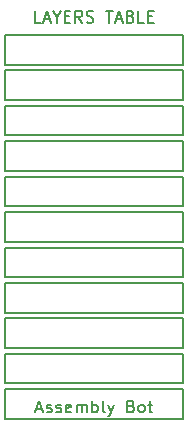
<source format=gbr>
%TF.GenerationSoftware,KiCad,Pcbnew,(5.1.6)-1*%
%TF.CreationDate,2020-07-26T11:23:49+05:30*%
%TF.ProjectId,KiCAD Demo- Buck-Boost Regulator,4b694341-4420-4446-956d-6f2d20427563,rev?*%
%TF.SameCoordinates,Original*%
%TF.FileFunction,Other,Fab,Bot*%
%FSLAX46Y46*%
G04 Gerber Fmt 4.6, Leading zero omitted, Abs format (unit mm)*
G04 Created by KiCad (PCBNEW (5.1.6)-1) date 2020-07-26 11:23:49*
%MOMM*%
%LPD*%
G01*
G04 APERTURE LIST*
%ADD10C,0.150000*%
G04 APERTURE END LIST*
D10*
X138726190Y-66202380D02*
X138250000Y-66202380D01*
X138250000Y-65202380D01*
X139011904Y-65916666D02*
X139488095Y-65916666D01*
X138916666Y-66202380D02*
X139250000Y-65202380D01*
X139583333Y-66202380D01*
X140107142Y-65726190D02*
X140107142Y-66202380D01*
X139773809Y-65202380D02*
X140107142Y-65726190D01*
X140440476Y-65202380D01*
X140773809Y-65678571D02*
X141107142Y-65678571D01*
X141250000Y-66202380D02*
X140773809Y-66202380D01*
X140773809Y-65202380D01*
X141250000Y-65202380D01*
X142250000Y-66202380D02*
X141916666Y-65726190D01*
X141678571Y-66202380D02*
X141678571Y-65202380D01*
X142059523Y-65202380D01*
X142154761Y-65250000D01*
X142202380Y-65297619D01*
X142250000Y-65392857D01*
X142250000Y-65535714D01*
X142202380Y-65630952D01*
X142154761Y-65678571D01*
X142059523Y-65726190D01*
X141678571Y-65726190D01*
X142630952Y-66154761D02*
X142773809Y-66202380D01*
X143011904Y-66202380D01*
X143107142Y-66154761D01*
X143154761Y-66107142D01*
X143202380Y-66011904D01*
X143202380Y-65916666D01*
X143154761Y-65821428D01*
X143107142Y-65773809D01*
X143011904Y-65726190D01*
X142821428Y-65678571D01*
X142726190Y-65630952D01*
X142678571Y-65583333D01*
X142630952Y-65488095D01*
X142630952Y-65392857D01*
X142678571Y-65297619D01*
X142726190Y-65250000D01*
X142821428Y-65202380D01*
X143059523Y-65202380D01*
X143202380Y-65250000D01*
X144250000Y-65202380D02*
X144821428Y-65202380D01*
X144535714Y-66202380D02*
X144535714Y-65202380D01*
X145107142Y-65916666D02*
X145583333Y-65916666D01*
X145011904Y-66202380D02*
X145345238Y-65202380D01*
X145678571Y-66202380D01*
X146345238Y-65678571D02*
X146488095Y-65726190D01*
X146535714Y-65773809D01*
X146583333Y-65869047D01*
X146583333Y-66011904D01*
X146535714Y-66107142D01*
X146488095Y-66154761D01*
X146392857Y-66202380D01*
X146011904Y-66202380D01*
X146011904Y-65202380D01*
X146345238Y-65202380D01*
X146440476Y-65250000D01*
X146488095Y-65297619D01*
X146535714Y-65392857D01*
X146535714Y-65488095D01*
X146488095Y-65583333D01*
X146440476Y-65630952D01*
X146345238Y-65678571D01*
X146011904Y-65678571D01*
X147488095Y-66202380D02*
X147011904Y-66202380D01*
X147011904Y-65202380D01*
X147821428Y-65678571D02*
X148154761Y-65678571D01*
X148297619Y-66202380D02*
X147821428Y-66202380D01*
X147821428Y-65202380D01*
X148297619Y-65202380D01*
X138392857Y-98916666D02*
X138869047Y-98916666D01*
X138297619Y-99202380D02*
X138630952Y-98202380D01*
X138964285Y-99202380D01*
X139250000Y-99154761D02*
X139345238Y-99202380D01*
X139535714Y-99202380D01*
X139630952Y-99154761D01*
X139678571Y-99059523D01*
X139678571Y-99011904D01*
X139630952Y-98916666D01*
X139535714Y-98869047D01*
X139392857Y-98869047D01*
X139297619Y-98821428D01*
X139250000Y-98726190D01*
X139250000Y-98678571D01*
X139297619Y-98583333D01*
X139392857Y-98535714D01*
X139535714Y-98535714D01*
X139630952Y-98583333D01*
X140059523Y-99154761D02*
X140154761Y-99202380D01*
X140345238Y-99202380D01*
X140440476Y-99154761D01*
X140488095Y-99059523D01*
X140488095Y-99011904D01*
X140440476Y-98916666D01*
X140345238Y-98869047D01*
X140202380Y-98869047D01*
X140107142Y-98821428D01*
X140059523Y-98726190D01*
X140059523Y-98678571D01*
X140107142Y-98583333D01*
X140202380Y-98535714D01*
X140345238Y-98535714D01*
X140440476Y-98583333D01*
X141297619Y-99154761D02*
X141202380Y-99202380D01*
X141011904Y-99202380D01*
X140916666Y-99154761D01*
X140869047Y-99059523D01*
X140869047Y-98678571D01*
X140916666Y-98583333D01*
X141011904Y-98535714D01*
X141202380Y-98535714D01*
X141297619Y-98583333D01*
X141345238Y-98678571D01*
X141345238Y-98773809D01*
X140869047Y-98869047D01*
X141773809Y-99202380D02*
X141773809Y-98535714D01*
X141773809Y-98630952D02*
X141821428Y-98583333D01*
X141916666Y-98535714D01*
X142059523Y-98535714D01*
X142154761Y-98583333D01*
X142202380Y-98678571D01*
X142202380Y-99202380D01*
X142202380Y-98678571D02*
X142250000Y-98583333D01*
X142345238Y-98535714D01*
X142488095Y-98535714D01*
X142583333Y-98583333D01*
X142630952Y-98678571D01*
X142630952Y-99202380D01*
X143107142Y-99202380D02*
X143107142Y-98202380D01*
X143107142Y-98583333D02*
X143202380Y-98535714D01*
X143392857Y-98535714D01*
X143488095Y-98583333D01*
X143535714Y-98630952D01*
X143583333Y-98726190D01*
X143583333Y-99011904D01*
X143535714Y-99107142D01*
X143488095Y-99154761D01*
X143392857Y-99202380D01*
X143202380Y-99202380D01*
X143107142Y-99154761D01*
X144154761Y-99202380D02*
X144059523Y-99154761D01*
X144011904Y-99059523D01*
X144011904Y-98202380D01*
X144440476Y-98535714D02*
X144678571Y-99202380D01*
X144916666Y-98535714D02*
X144678571Y-99202380D01*
X144583333Y-99440476D01*
X144535714Y-99488095D01*
X144440476Y-99535714D01*
X146392857Y-98678571D02*
X146535714Y-98726190D01*
X146583333Y-98773809D01*
X146630952Y-98869047D01*
X146630952Y-99011904D01*
X146583333Y-99107142D01*
X146535714Y-99154761D01*
X146440476Y-99202380D01*
X146059523Y-99202380D01*
X146059523Y-98202380D01*
X146392857Y-98202380D01*
X146488095Y-98250000D01*
X146535714Y-98297619D01*
X146583333Y-98392857D01*
X146583333Y-98488095D01*
X146535714Y-98583333D01*
X146488095Y-98630952D01*
X146392857Y-98678571D01*
X146059523Y-98678571D01*
X147202380Y-99202380D02*
X147107142Y-99154761D01*
X147059523Y-99107142D01*
X147011904Y-99011904D01*
X147011904Y-98726190D01*
X147059523Y-98630952D01*
X147107142Y-98583333D01*
X147202380Y-98535714D01*
X147345238Y-98535714D01*
X147440476Y-98583333D01*
X147488095Y-98630952D01*
X147535714Y-98726190D01*
X147535714Y-99011904D01*
X147488095Y-99107142D01*
X147440476Y-99154761D01*
X147345238Y-99202380D01*
X147202380Y-99202380D01*
X147821428Y-98535714D02*
X148202380Y-98535714D01*
X147964285Y-98202380D02*
X147964285Y-99059523D01*
X148011904Y-99154761D01*
X148107142Y-99202380D01*
X148202380Y-99202380D01*
X135750000Y-93750000D02*
X135750000Y-91250000D01*
X135750000Y-99750000D02*
X135750000Y-97250000D01*
X135750000Y-97250000D02*
X150750000Y-97250000D01*
X135750000Y-94250000D02*
X150750000Y-94250000D01*
X150750000Y-99750000D02*
X135750000Y-99750000D01*
X150750000Y-96750000D02*
X135750000Y-96750000D01*
X135750000Y-96750000D02*
X135750000Y-94250000D01*
X150750000Y-94250000D02*
X150750000Y-96750000D01*
X150750000Y-97250000D02*
X150750000Y-99750000D01*
X150750000Y-91250000D02*
X150750000Y-93750000D01*
X150750000Y-93750000D02*
X135750000Y-93750000D01*
X135750000Y-91250000D02*
X150750000Y-91250000D01*
X150750000Y-87750000D02*
X135750000Y-87750000D01*
X135750000Y-87750000D02*
X135750000Y-85250000D01*
X150750000Y-85250000D02*
X150750000Y-87750000D01*
X135750000Y-85250000D02*
X150750000Y-85250000D01*
X150750000Y-88250000D02*
X150750000Y-90750000D01*
X135750000Y-90750000D02*
X135750000Y-88250000D01*
X135750000Y-88250000D02*
X150750000Y-88250000D01*
X150750000Y-90750000D02*
X135750000Y-90750000D01*
X135750000Y-81750000D02*
X135750000Y-79250000D01*
X135750000Y-79250000D02*
X150750000Y-79250000D01*
X150750000Y-79250000D02*
X150750000Y-81750000D01*
X150750000Y-81750000D02*
X135750000Y-81750000D01*
X135750000Y-84750000D02*
X135750000Y-82250000D01*
X135750000Y-82250000D02*
X150750000Y-82250000D01*
X150750000Y-82250000D02*
X150750000Y-84750000D01*
X150750000Y-84750000D02*
X135750000Y-84750000D01*
X135750000Y-78750000D02*
X135750000Y-76250000D01*
X135750000Y-76250000D02*
X150750000Y-76250000D01*
X150750000Y-76250000D02*
X150750000Y-78750000D01*
X150750000Y-78750000D02*
X135750000Y-78750000D01*
X135750000Y-75750000D02*
X135750000Y-73250000D01*
X135750000Y-73250000D02*
X150750000Y-73250000D01*
X150750000Y-73250000D02*
X150750000Y-75750000D01*
X150750000Y-75750000D02*
X135750000Y-75750000D01*
X135750000Y-72750000D02*
X135750000Y-70250000D01*
X135750000Y-70250000D02*
X150750000Y-70250000D01*
X150750000Y-70250000D02*
X150750000Y-72750000D01*
X150750000Y-72750000D02*
X135750000Y-72750000D01*
X150750000Y-69750000D02*
X135750000Y-69750000D01*
X150750000Y-67250000D02*
X150750000Y-69750000D01*
X135750000Y-67250000D02*
X150750000Y-67250000D01*
X135750000Y-69750000D02*
X135750000Y-67250000D01*
M02*

</source>
